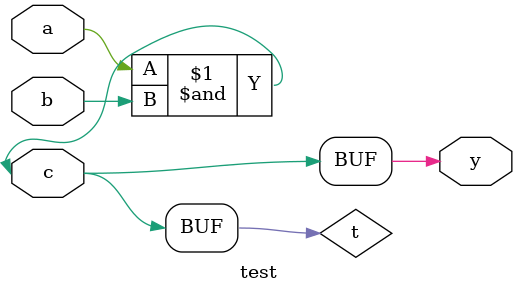
<source format=v>
module test(input a, b, c, output y);
wire t;
assign t = a & b;
assign t = c; // multiple drivers
assign y = t;
endmodule

</source>
